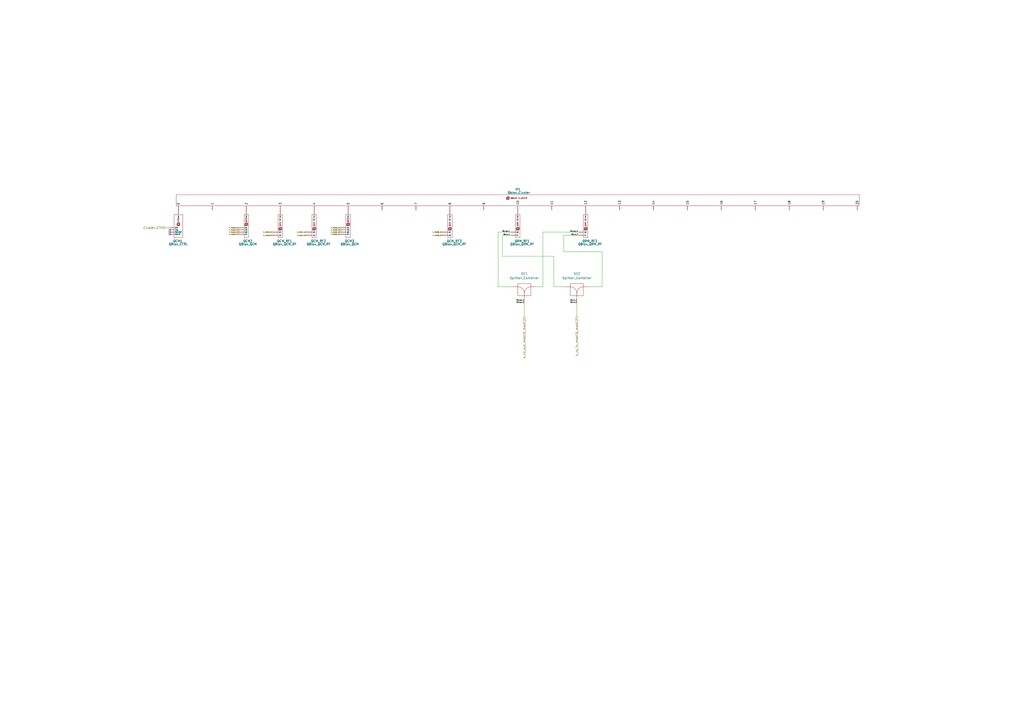
<source format=kicad_sch>
(kicad_sch (version 20230121) (generator eeschema)
  (paper "A2")
  (title_block (title "XLD Setup Q2 2023") (date "2023-06-14") (company "Technology Innovation Institute"))
  (lib_symbols
    (symbol "Quantum Computing:QBlox_CTRL" (on_board no)
      (property "Reference" "QCM" (at -1.905 -2.032 0))
      (property "Value" "QBlox_CTRL" (at -4.445 -3.81 0))
      (symbol "QBlox_CTRL_0_0"
        (rectangle (start -1.27 13.335) (end 3.81 0))
        (polyline (pts (xy 1.905 6.985) (xy 2.1394 7.2206) (xy 2.124 8.4684) (xy 0.8708 8.4836) (xy 0.7311 8.3405) (xy 0.9734 8.3405) (xy 1.923 8.3405) (xy 1.7831 8.1985) (xy 1.6432 8.0564) (xy 0.9734 8.0564) (xy 0.9734 8.3405) (xy 0.7311 8.3405) (xy 0.638 8.2451) (xy 0.4666 8.0695) (xy 0.6456 8.0695) (xy 0.6726 8.0937) (xy 0.7205 8.1365) (xy 0.7768 8.2003) (xy 0.83 8.2695) (xy 0.8307 8.1629) (xy 0.8307 8.1389) (xy 0.8243 8.0818) (xy 0.795 8.0599) (xy 0.7264 8.0564) (xy 0.7223 8.0564) (xy 0.6596 8.0588) (xy 0.6456 8.0695) (xy 0.4666 8.0695) (xy 0.4051 8.0065) (xy 0.4051 7.3909) (xy 0.4065 7.1729) (xy 0.4104 7.0072) (xy 0.4128 6.9647) (xy 0.5472 6.9647) (xy 0.5472 7.9428) (xy 0.8313 7.9428) (xy 0.9734 7.9428) (xy 1.5984 7.9428) (xy 1.5984 7.2893) (xy 0.9734 7.2893) (xy 0.9734 7.9428) (xy 0.8313 7.9428) (xy 0.8313 7.2862) (xy 1.7405 7.2862) (xy 1.7405 7.9875) (xy 1.8832 8.1281) (xy 2.026 8.2688) (xy 2.0182 7.7861) (xy 2.0104 7.3035) (xy 1.8754 7.2948) (xy 1.7405 7.2862) (xy 0.8313 7.2862) (xy 0.8313 7.2445) (xy 0.6892 7.1046) (xy 0.5472 6.9647) (xy 0.4128 6.9647) (xy 0.4169 6.8915) (xy 0.6488 6.8915) (xy 0.7887 7.0336) (xy 0.9286 7.1756) (xy 1.5984 7.1756) (xy 1.5984 7.0829) (xy 1.7263 7.0829) (xy 1.7316 7.146) (xy 1.7585 7.1711) (xy 1.8242 7.1756) (xy 1.9221 7.1756) (xy 1.8257 7.0762) (xy 1.7924 7.042) (xy 1.7465 6.9951) (xy 1.7278 6.9768) (xy 1.7276 6.9776) (xy 1.7267 7.0104) (xy 1.7263 7.0762) (xy 1.7263 7.0829) (xy 1.5984 7.0829) (xy 1.5984 6.8915) (xy 0.6488 6.8915) (xy 0.4169 6.8915) (xy 0.417 6.8898) (xy 0.4265 6.8166) (xy 0.4392 6.7836) (xy 0.441 6.782) (xy 0.4782 6.7697) (xy 0.5557 6.7605) (xy 0.6779 6.7542) (xy 0.8486 6.7506) (xy 1.072 6.7495) (xy 1.6707 6.7495) (xy 1.905 6.985)) (stroke (width 0.01)) (fill (type outline)))
        (text "CTRL" (at 1.27 10.16 900) (effects (font (size 0.8 0.8))))
      )
      (symbol "QBlox_CTRL_1_1"
        (pin output line (at -3.81 5.715 0) (length 2.54) (name "ETH") (number ""))
        (pin output line (at -3.81 1.905 0) (length 2.54) (name "Ref_IN") (number ""))
        (pin output line (at -3.81 3.175 0) (length 2.54) (name "Ref_OUT") (number ""))
        (pin bidirectional line (at 1.27 15.875 270) (length 2.54) (name "SYNC") (number ""))
        (pin output line (at -3.81 4.445 0) (length 2.54) (name "Trig") (number ""))
      )
    )
    (symbol "Quantum Computing:QBlox_QCM" (on_board no)
      (property "Reference" "QCM" (at -1.905 -2.032 0))
      (property "Value" "QBlox_QCM" (at -4.445 -3.81 0))
      (symbol "QBlox_QCM_0_0"
        (rectangle (start -1.27 13.335) (end 1.27 0))
        (polyline (pts (xy 0.635 6.985) (xy 0.8694 7.2206) (xy 0.854 8.4684) (xy -0.3992 8.4836) (xy -0.5389 8.3405) (xy -0.2966 8.3405) (xy 0.653 8.3405) (xy 0.5131 8.1985) (xy 0.3732 8.0564) (xy -0.2966 8.0564) (xy -0.2966 8.3405) (xy -0.5389 8.3405) (xy -0.632 8.2451) (xy -0.8034 8.0695) (xy -0.6244 8.0695) (xy -0.5974 8.0937) (xy -0.5495 8.1365) (xy -0.4932 8.2003) (xy -0.44 8.2695) (xy -0.4393 8.1629) (xy -0.4393 8.1389) (xy -0.4457 8.0818) (xy -0.475 8.0599) (xy -0.5436 8.0564) (xy -0.5477 8.0564) (xy -0.6104 8.0588) (xy -0.6244 8.0695) (xy -0.8034 8.0695) (xy -0.8649 8.0065) (xy -0.8649 7.3909) (xy -0.8635 7.1729) (xy -0.8596 7.0072) (xy -0.8572 6.9647) (xy -0.7228 6.9647) (xy -0.7228 7.9428) (xy -0.4387 7.9428) (xy -0.2966 7.9428) (xy 0.3284 7.9428) (xy 0.3284 7.2893) (xy -0.2966 7.2893) (xy -0.2966 7.9428) (xy -0.4387 7.9428) (xy -0.4387 7.2862) (xy 0.4705 7.2862) (xy 0.4705 7.9875) (xy 0.6132 8.1281) (xy 0.756 8.2688) (xy 0.7482 7.7861) (xy 0.7404 7.3035) (xy 0.6054 7.2948) (xy 0.4705 7.2862) (xy -0.4387 7.2862) (xy -0.4387 7.2445) (xy -0.5808 7.1046) (xy -0.7228 6.9647) (xy -0.8572 6.9647) (xy -0.8531 6.8915) (xy -0.6212 6.8915) (xy -0.4813 7.0336) (xy -0.3414 7.1756) (xy 0.3284 7.1756) (xy 0.3284 7.0829) (xy 0.4563 7.0829) (xy 0.4616 7.146) (xy 0.4885 7.1711) (xy 0.5542 7.1756) (xy 0.6521 7.1756) (xy 0.5557 7.0762) (xy 0.5224 7.042) (xy 0.4765 6.9951) (xy 0.4578 6.9768) (xy 0.4576 6.9776) (xy 0.4567 7.0104) (xy 0.4563 7.0762) (xy 0.4563 7.0829) (xy 0.3284 7.0829) (xy 0.3284 6.8915) (xy -0.6212 6.8915) (xy -0.8531 6.8915) (xy -0.853 6.8898) (xy -0.8435 6.8166) (xy -0.8308 6.7836) (xy -0.829 6.782) (xy -0.7918 6.7697) (xy -0.7143 6.7605) (xy -0.5921 6.7542) (xy -0.4214 6.7506) (xy -0.198 6.7495) (xy 0.4007 6.7495) (xy 0.635 6.985)) (stroke (width 0.01)) (fill (type outline)))
        (text "QCM" (at 0 10.16 900) (effects (font (size 0.8 0.8))))
      )
      (symbol "QBlox_QCM_1_1"
        (pin bidirectional line (at 0 15.875 270) (length 2.54) (name "SYNC") (number ""))
        (pin output line (at -3.81 5.715 0) (length 2.54) (name "o1") (number ""))
        (pin output line (at -3.81 4.445 0) (length 2.54) (name "o2") (number ""))
        (pin output line (at -3.81 3.175 0) (length 2.54) (name "o3") (number ""))
        (pin output line (at -3.81 1.905 0) (length 2.54) (name "o4") (number ""))
      )
    )
    (symbol "Quantum Computing:QBlox_QCM_RF" (on_board no)
      (property "Reference" "QCM_RF" (at -1.905 -2.032 0))
      (property "Value" "QBlox_QCM_RF" (at -4.445 -3.81 0))
      (symbol "QBlox_QCM_RF_0_0"
        (rectangle (start -1.27 13.335) (end 1.27 0))
        (polyline (pts (xy 0.635 4.445) (xy 0.8694 4.6806) (xy 0.854 5.9284) (xy -0.3992 5.9436) (xy -0.5389 5.8005) (xy -0.2966 5.8005) (xy 0.653 5.8005) (xy 0.5131 5.6585) (xy 0.3732 5.5164) (xy -0.2966 5.5164) (xy -0.2966 5.8005) (xy -0.5389 5.8005) (xy -0.632 5.7051) (xy -0.8034 5.5295) (xy -0.6244 5.5295) (xy -0.5974 5.5537) (xy -0.5495 5.5965) (xy -0.4932 5.6603) (xy -0.44 5.7295) (xy -0.4393 5.6229) (xy -0.4393 5.5989) (xy -0.4457 5.5418) (xy -0.475 5.5199) (xy -0.5436 5.5164) (xy -0.5477 5.5164) (xy -0.6104 5.5188) (xy -0.6244 5.5295) (xy -0.8034 5.5295) (xy -0.8649 5.4665) (xy -0.8649 4.8509) (xy -0.8635 4.6329) (xy -0.8596 4.4672) (xy -0.8572 4.4247) (xy -0.7228 4.4247) (xy -0.7228 5.4028) (xy -0.4387 5.4028) (xy -0.2966 5.4028) (xy 0.3284 5.4028) (xy 0.3284 4.7493) (xy -0.2966 4.7493) (xy -0.2966 5.4028) (xy -0.4387 5.4028) (xy -0.4387 4.7462) (xy 0.4705 4.7462) (xy 0.4705 5.4475) (xy 0.6132 5.5881) (xy 0.756 5.7288) (xy 0.7482 5.2461) (xy 0.7404 4.7635) (xy 0.6054 4.7548) (xy 0.4705 4.7462) (xy -0.4387 4.7462) (xy -0.4387 4.7045) (xy -0.5808 4.5646) (xy -0.7228 4.4247) (xy -0.8572 4.4247) (xy -0.8531 4.3515) (xy -0.6212 4.3515) (xy -0.4813 4.4936) (xy -0.3414 4.6356) (xy 0.3284 4.6356) (xy 0.3284 4.5429) (xy 0.4563 4.5429) (xy 0.4616 4.606) (xy 0.4885 4.6311) (xy 0.5542 4.6356) (xy 0.6521 4.6356) (xy 0.5557 4.5362) (xy 0.5224 4.502) (xy 0.4765 4.4551) (xy 0.4578 4.4368) (xy 0.4576 4.4376) (xy 0.4567 4.4704) (xy 0.4563 4.5362) (xy 0.4563 4.5429) (xy 0.3284 4.5429) (xy 0.3284 4.3515) (xy -0.6212 4.3515) (xy -0.8531 4.3515) (xy -0.853 4.3498) (xy -0.8435 4.2766) (xy -0.8308 4.2436) (xy -0.829 4.242) (xy -0.7918 4.2297) (xy -0.7143 4.2205) (xy -0.5921 4.2142) (xy -0.4214 4.2106) (xy -0.198 4.2095) (xy 0.4007 4.2095) (xy 0.635 4.445)) (stroke (width 0.01)) (fill (type outline)))
        (text "QCM RF" (at 0 8.89 900) (effects (font (size 0.8 0.8))))
      )
      (symbol "QBlox_QCM_RF_1_1"
        (pin bidirectional line (at 0 15.875 270) (length 2.54) (name "SYNC") (number ""))
        (pin output line (at -3.81 3.175 0) (length 2.54) (name "o1") (number ""))
        (pin output line (at -3.81 1.27 0) (length 2.54) (name "o2") (number ""))
      )
    )
    (symbol "Quantum Computing:QBlox_QRM_RF" (on_board no)
      (property "Reference" "QRM_RF" (at -1.905 -2.032 0))
      (property "Value" "QBlox_QRM_RF" (at -4.445 -3.81 0))
      (symbol "QBlox_QRM_RF_0_0"
        (rectangle (start -1.27 13.335) (end 1.27 0))
        (polyline (pts (xy 0.635 4.445) (xy 0.8694 4.6806) (xy 0.854 5.9284) (xy -0.3992 5.9436) (xy -0.5389 5.8005) (xy -0.2966 5.8005) (xy 0.653 5.8005) (xy 0.5131 5.6585) (xy 0.3732 5.5164) (xy -0.2966 5.5164) (xy -0.2966 5.8005) (xy -0.5389 5.8005) (xy -0.632 5.7051) (xy -0.8034 5.5295) (xy -0.6244 5.5295) (xy -0.5974 5.5537) (xy -0.5495 5.5965) (xy -0.4932 5.6603) (xy -0.44 5.7295) (xy -0.4393 5.6229) (xy -0.4393 5.5989) (xy -0.4457 5.5418) (xy -0.475 5.5199) (xy -0.5436 5.5164) (xy -0.5477 5.5164) (xy -0.6104 5.5188) (xy -0.6244 5.5295) (xy -0.8034 5.5295) (xy -0.8649 5.4665) (xy -0.8649 4.8509) (xy -0.8635 4.6329) (xy -0.8596 4.4672) (xy -0.8572 4.4247) (xy -0.7228 4.4247) (xy -0.7228 5.4028) (xy -0.4387 5.4028) (xy -0.2966 5.4028) (xy 0.3284 5.4028) (xy 0.3284 4.7493) (xy -0.2966 4.7493) (xy -0.2966 5.4028) (xy -0.4387 5.4028) (xy -0.4387 4.7462) (xy 0.4705 4.7462) (xy 0.4705 5.4475) (xy 0.6132 5.5881) (xy 0.756 5.7288) (xy 0.7482 5.2461) (xy 0.7404 4.7635) (xy 0.6054 4.7548) (xy 0.4705 4.7462) (xy -0.4387 4.7462) (xy -0.4387 4.7045) (xy -0.5808 4.5646) (xy -0.7228 4.4247) (xy -0.8572 4.4247) (xy -0.8531 4.3515) (xy -0.6212 4.3515) (xy -0.4813 4.4936) (xy -0.3414 4.6356) (xy 0.3284 4.6356) (xy 0.3284 4.5429) (xy 0.4563 4.5429) (xy 0.4616 4.606) (xy 0.4885 4.6311) (xy 0.5542 4.6356) (xy 0.6521 4.6356) (xy 0.5557 4.5362) (xy 0.5224 4.502) (xy 0.4765 4.4551) (xy 0.4578 4.4368) (xy 0.4576 4.4376) (xy 0.4567 4.4704) (xy 0.4563 4.5362) (xy 0.4563 4.5429) (xy 0.3284 4.5429) (xy 0.3284 4.3515) (xy -0.6212 4.3515) (xy -0.8531 4.3515) (xy -0.853 4.3498) (xy -0.8435 4.2766) (xy -0.8308 4.2436) (xy -0.829 4.242) (xy -0.7918 4.2297) (xy -0.7143 4.2205) (xy -0.5921 4.2142) (xy -0.4214 4.2106) (xy -0.198 4.2095) (xy 0.4007 4.2095) (xy 0.635 4.445)) (stroke (width 0.01)) (fill (type outline)))
        (text "QRM RF" (at 0 8.89 900) (effects (font (size 0.8 0.8))))
      )
      (symbol "QBlox_QRM_RF_1_1"
        (pin bidirectional line (at 0 15.875 270) (length 2.54) (name "SYNC") (number ""))
        (pin output line (at -3.81 1.27 0) (length 2.54) (name "i1") (number ""))
        (pin output line (at -3.81 3.175 0) (length 2.54) (name "o1") (number ""))
      )
    )
    (symbol "Quantum Computing:Qblox_Cluster"
      (property "Reference" "IP" (at 0 6.985 0))
      (property "Value" "Qblox_Cluster" (at 0.635 5.08 0))
      (symbol "Qblox_Cluster_0_0"
        (rectangle (start -198.12 3.81) (end 198.12 -2.54))
        (polyline (pts (xy -5.08 1.27) (xy -4.8456 1.5056) (xy -4.861 2.7534) (xy -6.1142 2.7686) (xy -6.2539 2.6255) (xy -6.0116 2.6255) (xy -5.062 2.6255) (xy -5.2019 2.4835) (xy -5.3418 2.3414) (xy -6.0116 2.3414) (xy -6.0116 2.6255) (xy -6.2539 2.6255) (xy -6.347 2.5301) (xy -6.5184 2.3545) (xy -6.3394 2.3545) (xy -6.3124 2.3787) (xy -6.2645 2.4215) (xy -6.2082 2.4853) (xy -6.155 2.5545) (xy -6.1543 2.4479) (xy -6.1543 2.4239) (xy -6.1607 2.3668) (xy -6.19 2.3449) (xy -6.2586 2.3414) (xy -6.2627 2.3414) (xy -6.3254 2.3438) (xy -6.3394 2.3545) (xy -6.5184 2.3545) (xy -6.5799 2.2915) (xy -6.5799 1.6759) (xy -6.5785 1.4579) (xy -6.5746 1.2922) (xy -6.5722 1.2497) (xy -6.4378 1.2497) (xy -6.4378 2.2278) (xy -6.1537 2.2278) (xy -6.0116 2.2278) (xy -5.3866 2.2278) (xy -5.3866 1.5743) (xy -6.0116 1.5743) (xy -6.0116 2.2278) (xy -6.1537 2.2278) (xy -6.1537 1.5712) (xy -5.2445 1.5712) (xy -5.2445 2.2725) (xy -5.1018 2.4131) (xy -4.959 2.5538) (xy -4.9668 2.0711) (xy -4.9746 1.5885) (xy -5.1096 1.5798) (xy -5.2445 1.5712) (xy -6.1537 1.5712) (xy -6.1537 1.5295) (xy -6.2958 1.3896) (xy -6.4378 1.2497) (xy -6.5722 1.2497) (xy -6.5681 1.1765) (xy -6.3362 1.1765) (xy -6.1963 1.3186) (xy -6.0564 1.4606) (xy -5.3866 1.4606) (xy -5.3866 1.3679) (xy -5.2587 1.3679) (xy -5.2534 1.431) (xy -5.2265 1.4561) (xy -5.1608 1.4606) (xy -5.0629 1.4606) (xy -5.1593 1.3612) (xy -5.1926 1.327) (xy -5.2385 1.2801) (xy -5.2572 1.2618) (xy -5.2574 1.2626) (xy -5.2583 1.2954) (xy -5.2587 1.3612) (xy -5.2587 1.3679) (xy -5.3866 1.3679) (xy -5.3866 1.1765) (xy -6.3362 1.1765) (xy -6.5681 1.1765) (xy -6.568 1.1748) (xy -6.5585 1.1016) (xy -6.5458 1.0686) (xy -6.544 1.067) (xy -6.5068 1.0547) (xy -6.4293 1.0455) (xy -6.3071 1.0392) (xy -6.1364 1.0356) (xy -5.913 1.0345) (xy -5.3143 1.0345) (xy -5.08 1.27)) (stroke (width 0.01)) (fill (type outline)))
        (text "QBLOX CLUSTER" (at 0.635 1.905 0) (effects (font (size 0.8 0.8))))
      )
      (symbol "Qblox_Cluster_1_1"
        (pin passive line (at -196.85 -5.08 90) (length 2.54) (name "0") (number ""))
        (pin passive line (at -177.165 -5.08 90) (length 2.54) (name "1") (number ""))
        (pin passive line (at 0 -5.08 90) (length 2.54) (name "10") (number ""))
        (pin passive line (at 19.685 -5.08 90) (length 2.54) (name "11") (number ""))
        (pin passive line (at 39.37 -5.08 90) (length 2.54) (name "12") (number ""))
        (pin passive line (at 59.055 -5.08 90) (length 2.54) (name "13") (number ""))
        (pin passive line (at 78.74 -5.08 90) (length 2.54) (name "14") (number ""))
        (pin passive line (at 98.425 -5.08 90) (length 2.54) (name "15") (number ""))
        (pin passive line (at 118.11 -5.08 90) (length 2.54) (name "16") (number ""))
        (pin passive line (at 137.795 -5.08 90) (length 2.54) (name "17") (number ""))
        (pin passive line (at 157.48 -5.08 90) (length 2.54) (name "18") (number ""))
        (pin passive line (at 177.165 -5.08 90) (length 2.54) (name "19") (number ""))
        (pin passive line (at -157.48 -5.08 90) (length 2.54) (name "2") (number ""))
        (pin passive line (at 196.85 -5.08 90) (length 2.54) (name "20") (number ""))
        (pin passive line (at -137.795 -5.08 90) (length 2.54) (name "3") (number ""))
        (pin passive line (at -118.11 -5.08 90) (length 2.54) (name "4") (number ""))
        (pin passive line (at -98.425 -5.08 90) (length 2.54) (name "5") (number ""))
        (pin passive line (at -78.74 -5.08 90) (length 2.54) (name "6") (number ""))
        (pin passive line (at -59.055 -5.08 90) (length 2.54) (name "7") (number ""))
        (pin passive line (at -39.37 -5.08 90) (length 2.54) (name "8") (number ""))
        (pin passive line (at -19.685 -5.08 90) (length 2.54) (name "9") (number ""))
      )
    )
    (symbol "Quantum Computing:Splitter_Combiner" (on_board no)
      (property "Reference" "SC" (at 0 -4.445 0))
      (property "Value" "Splitter_Combiner" (at 0 -6.985 0))
      (symbol "Splitter_Combiner_0_1"
        (arc (start -3.81 0) (mid -1.0971 1.097) (end 0 3.81))
        (rectangle (start -3.81 5.08) (end 3.81 -1.905))
        (polyline (pts (xy 0 3.81) (xy 0 5.08)))
        (arc (start 0 3.81) (mid 1.1114 1.1114) (end 3.81 0))
      )
      (symbol "Splitter_Combiner_1_1"
        (pin bidirectional line (at -6.35 0 0) (length 2.54) (name "") (number ""))
        (pin bidirectional line (at 0 7.62 270) (length 2.54) (name "") (number ""))
        (pin bidirectional line (at 6.35 0 180) (length 2.54) (name "") (number ""))
      )
    )
  )
  (no_connect (at 98.425 134.62))
  (no_connect (at 98.425 133.35))
  (no_connect (at 98.425 135.89))
  (wire (pts (xy 291.465 136.525) (xy 296.545 136.525)))
  (wire (pts (xy 321.31 166.37) (xy 321.31 148.59)))
  (wire (pts (xy 328.295 166.37) (xy 321.31 166.37)))
  (wire (pts (xy 340.995 166.37) (xy 349.25 166.37)))
  (wire (pts (xy 296.545 134.62) (xy 288.925 134.62)))
  (wire (pts (xy 304.165 173.99) (xy 304.165 183.515)))
  (wire (pts (xy 334.645 173.99) (xy 334.645 183.515)))
  (wire (pts (xy 349.25 166.37) (xy 349.25 146.05)))
  (wire (pts (xy 291.465 148.59) (xy 291.465 136.525)))
  (wire (pts (xy 327.025 146.05) (xy 327.025 136.525)))
  (wire (pts (xy 327.025 136.525) (xy 335.915 136.525)))
  (wire (pts (xy 314.96 134.62) (xy 335.915 134.62)))
  (wire (pts (xy 314.96 166.37) (xy 314.96 134.62)))
  (wire (pts (xy 349.25 146.05) (xy 327.025 146.05)))
  (wire (pts (xy 95.885 132.08) (xy 98.425 132.08)))
  (wire (pts (xy 288.925 134.62) (xy 288.925 166.37)))
  (wire (pts (xy 321.31 148.59) (xy 291.465 148.59)))
  (wire (pts (xy 288.925 166.37) (xy 297.815 166.37)))
  (wire (pts (xy 310.515 166.37) (xy 314.96 166.37)))
  (label "RO_in_2" (at 334.645 175.895 180) (effects (font (size 0.64 0.64))))
  (label "RO_out_2" (at 304.165 175.895 180) (effects (font (size 0.64 0.64))))
  (label "RO_out_2" (at 335.28 134.62 180) (effects (font (size 0.64 0.64))))
  (label "RO_out_1" (at 295.91 134.62 180) (effects (font (size 0.64 0.64))))
  (label "RO_in_2" (at 335.28 136.525 180) (effects (font (size 0.64 0.64))))
  (label "RO_in_1" (at 295.91 136.525 180) (effects (font (size 0.64 0.64))))
  (label "RO_in_1" (at 334.645 174.625 180) (effects (font (size 0.64 0.64))))
  (label "RO_out_1" (at 304.165 174.625 180) (effects (font (size 0.64 0.64))))
  (hierarchical_label "4_mod2_o3" (shape input) (at 139.065 134.62 180) (effects (font (size 0.64 0.64))))
  (hierarchical_label "4_mod2_o4" (shape input) (at 139.065 135.89 180) (effects (font (size 0.64 0.64))))
  (hierarchical_label "4_mod5_o3" (shape input) (at 198.12 134.62 180) (effects (font (size 0.64 0.64))))
  (hierarchical_label "4_mod8_o1" (shape input) (at 257.175 134.62 180) (effects (font (size 0.64 0.64))))
  (hierarchical_label "Cluster_ETH" (shape input) (at 95.885 132.08 180))
  (hierarchical_label "4_ro_in_mod10_mod12" (shape input) (at 334.645 183.515 270))
  (hierarchical_label "4_mod4_o1" (shape input) (at 178.435 134.62 180) (effects (font (size 0.64 0.64))))
  (hierarchical_label "4_mod8_o2" (shape input) (at 257.175 136.525 180) (effects (font (size 0.64 0.64))))
  (hierarchical_label "4_mod5_o1" (shape input) (at 198.12 132.08 180) (effects (font (size 0.64 0.64))))
  (hierarchical_label "4_mod5_o2" (shape input) (at 198.12 133.35 180) (effects (font (size 0.64 0.64))))
  (hierarchical_label "4_mod4_o2" (shape input) (at 178.435 136.525 180) (effects (font (size 0.64 0.64))))
  (hierarchical_label "4_ro_out_mod10_mod12" (shape input) (at 304.165 183.515 270))
  (hierarchical_label "4_mod2_o1" (shape input) (at 139.065 132.08 180) (effects (font (size 0.64 0.64))))
  (hierarchical_label "4_mod3_o2" (shape input) (at 158.75 136.525 180) (effects (font (size 0.64 0.64))))
  (hierarchical_label "4_mod2_o2" (shape input) (at 139.065 133.35 180) (effects (font (size 0.64 0.64))))
  (hierarchical_label "4_mod5_o4" (shape input) (at 198.12 135.89 180) (effects (font (size 0.64 0.64))))
  (hierarchical_label "4_mod3_o1" (shape input) (at 158.75 134.62 180) (effects (font (size 0.64 0.64))))
  (symbol (lib_id "Quantum Computing:QBlox_QCM") (at 201.93 137.795 0) (unit 1) (on_board no)
    (property "Reference" "QCM3" (at 200.025 139.827 0) (effects (justify left)))
    (property "Value" "QBlox_QCM" (at 197.485 141.605 0) (effects (justify left)))
  )
  (symbol (lib_id "Quantum Computing:QBlox_QCM") (at 142.875 137.795 0) (unit 1) (on_board no)
    (property "Reference" "QCM2" (at 140.97 139.827 0) (effects (justify left)))
    (property "Value" "QBlox_QCM" (at 138.43 141.605 0) (effects (justify left)))
  )
  (symbol (lib_id "Quantum Computing:QBlox_QCM_RF") (at 162.56 137.795 0) (unit 1) (on_board no)
    (property "Reference" "QCM_RF1" (at 160.655 139.827 0) (effects (justify left)))
    (property "Value" "QBlox_QCM_RF" (at 158.115 141.605 0) (effects (justify left)))
  )
  (symbol (lib_id "Quantum Computing:QBlox_QCM_RF") (at 260.985 137.795 0) (unit 1) (on_board no)
    (property "Reference" "QCM_RF3" (at 259.08 139.827 0) (effects (justify left)))
    (property "Value" "QBlox_QCM_RF" (at 256.54 141.605 0) (effects (justify left)))
  )
  (symbol (lib_id "Quantum Computing:Splitter_Combiner") (at 304.165 166.37 180) (unit 1) (on_board no)
    (property "Reference" "SC1" (at 304.165 158.75 0))
    (property "Value" "Splitter_Combiner" (at 304.165 161.29 0))
  )
  (symbol (lib_id "Quantum Computing:Qblox_Cluster") (at 300.355 116.84 0) (unit 1)
    (property "Reference" "IP1" (at 300.355 109.855 0))
    (property "Value" "Qblox_Cluster" (at 300.99 111.76 0))
  )
  (symbol (lib_id "Quantum Computing:QBlox_QRM_RF") (at 339.725 137.795 0) (unit 1) (on_board no)
    (property "Reference" "QRM_RF2" (at 337.82 139.827 0) (effects (justify left)))
    (property "Value" "QBlox_QRM_RF" (at 335.28 141.605 0) (effects (justify left)))
  )
  (symbol (lib_id "Quantum Computing:QBlox_QRM_RF") (at 300.355 137.795 0) (unit 1) (on_board no)
    (property "Reference" "QRM_RF1" (at 298.45 139.827 0) (effects (justify left)))
    (property "Value" "QBlox_QRM_RF" (at 295.91 141.605 0) (effects (justify left)))
  )
  (symbol (lib_id "Quantum Computing:Splitter_Combiner") (at 334.645 166.37 180) (unit 1) (on_board no)
    (property "Reference" "SC2" (at 334.645 158.75 0))
    (property "Value" "Splitter_Combiner" (at 334.645 161.29 0))
  )
  (symbol (lib_id "Quantum Computing:QBlox_CTRL") (at 102.235 137.795 0) (unit 1) (on_board no)
    (property "Reference" "QCM1" (at 100.33 139.827 0) (effects (justify left)))
    (property "Value" "QBlox_CTRL" (at 97.79 141.605 0) (effects (justify left)))
  )
  (symbol (lib_id "Quantum Computing:QBlox_QCM_RF") (at 182.245 137.795 0) (unit 1) (on_board no)
    (property "Reference" "QCM_RF2" (at 180.34 139.827 0) (effects (justify left)))
    (property "Value" "QBlox_QCM_RF" (at 177.8 141.605 0) (effects (justify left)))
  )
)
</source>
